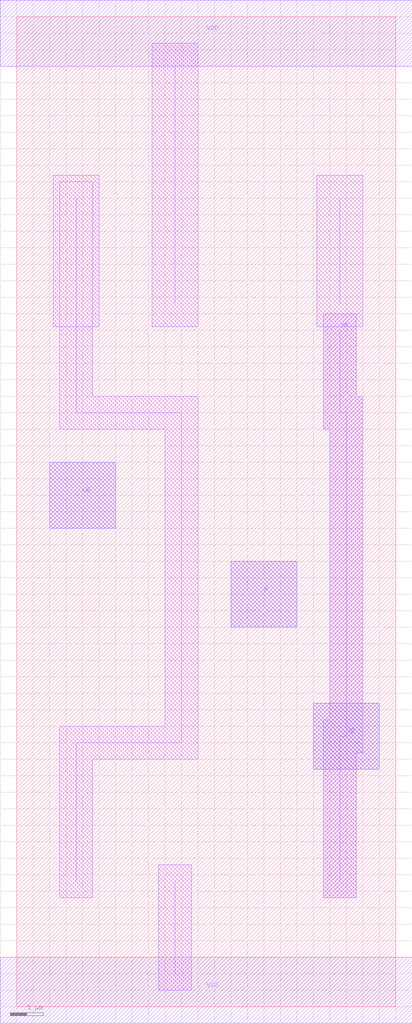
<source format=lef>
VERSION 5.5 ;
NAMESCASESENSITIVE ON ;
BUSBITCHARS "[]" ;
DIVIDERCHAR "/" ;


MACRO cinv
  CLASS CORE ;
  SOURCE USER ;
  ORIGIN 0 0 ;
  SIZE 11.500 BY 30.000 ;
  SYMMETRY X Y ;
  SITE unit ;
  
  PIN A
    USE SIGNAL ;
    PORT
      LAYER ML1 ;
        POLYGON 6.500 11.500  6.500 13.500  8.500 13.500  8.500 11.500  6.500 
        11.500  ;
    END
    PORT
      LAYER ML2 ;
        POLYGON 6.500 11.500  6.500 13.500  8.500 13.500  8.500 11.500  6.500 
        11.500  ;
    END
  END A
  PIN OE
    USE SIGNAL ;
    PORT
      LAYER ML1 ;
        POLYGON 1.000 14.500  1.000 16.500  3.000 16.500  3.000 14.500  1.000 
        14.500  ;
    END
    PORT
      LAYER ML2 ;
        POLYGON 1.000 14.500  1.000 16.500  3.000 16.500  3.000 14.500  1.000 
        14.500  ;
    END
  END OE
  PIN VDD
    USE POWER ;
    PORT
      LAYER ML1 ;
        RECT -0.500 28.500  12.000 30.500  ;
    END
  END VDD
  PIN VSS
    USE GROUND ;
    PORT
      LAYER ML1 ;
        RECT -0.500 -0.500  12.000 1.500  ;
    END
  END VSS
  PIN YB
    USE SIGNAL ;
    PORT
      LAYER ML2 ;
        POLYGON 9.000 7.200  9.000 9.200  11.000 9.200  11.000 7.200  9.000 
        7.200  ;
    END
    PORT
      LAYER ML1 ;
        POLYGON 9.000 7.200  9.000 9.200  11.000 9.200  11.000 7.200  9.000 
        7.200  ;
    END
    PORT
      LAYER ML1 ;
        WIDTH 1.000  ;
        PATH 9.800 20.500 9.800 18.000 10.000 18.000 10.000 8.200 9.800 8.200 
        9.800 3.800  ;
    END
  END YB
  OBS

    LAYER ML1 ;

      WIDTH 1.000  ;
      PATH 9.800 20.500 9.800 18.000 10.000 18.000 10.000 8.200 9.800 8.200 
      9.800 3.800  ;
      WIDTH 1.400  ;
      PATH 9.800 21.300 9.800 24.500  ;

      WIDTH 1.400  ;
      PATH 4.800 21.300 4.800 28.500  ;
      WIDTH 1.000  ;
      PATH 4.800 1.000 4.800 3.800  ;
      WIDTH 1.400  ;
      PATH 1.800 21.300 1.800 24.500  ;
      WIDTH 1.000  ;
      PATH 1.800 24.500 1.800 18.000 5.000 18.000 5.000 8.000 1.800 8.000 
      1.800 3.800  ;

    VIA 1.800 22.500  dcont ;
    VIA 1.800 20.500  dcont ;
    VIA 1.800 3.800  dcont ;
    VIA 1.800 24.500  dcont ;
    VIA 4.800 22.500  dcont ;
    VIA 4.800 20.500  dcont ;
    VIA 4.800 24.500  dcont ;
    VIA 4.800 3.800  dcont ;
    VIA 9.800 3.800  dcont ;
    VIA 9.800 20.500  dcont ;
    VIA 9.800 22.500  dcont ;
    VIA 9.800 24.500  dcont ;
    VIA 7.000 29.500  nsubcont ;
    VIA 7.500 12.500  pcont ;
    VIA 5.800 15.500  pcont ;
    VIA 2.000 15.500  pcont ;
    VIA 6.000 0.500  psubcont ;
  END
END cinv

MACRO dcont
  CLASS CORE ;
  OBS
    LAYER ML1 ;
      RECT -1.000 -1.000  1.000 1.000  ;
  END
END dcont

MACRO nsubcont
  CLASS CORE ;
  OBS
    LAYER ML1 ;
      RECT -1.000 -1.000  1.000 1.000  ;
  END
END nsubcont

MACRO pcont
  CLASS CORE ;
  OBS
    LAYER ML1 ;
      RECT -1.000 -1.000  1.000 1.000  ;
  END
END pcont

MACRO psubcont
  CLASS CORE ;
  OBS
    LAYER ML1 ;
      RECT -1.000 -1.000  1.000 1.000  ;
  END
END psubcont


END LIBRARY

</source>
